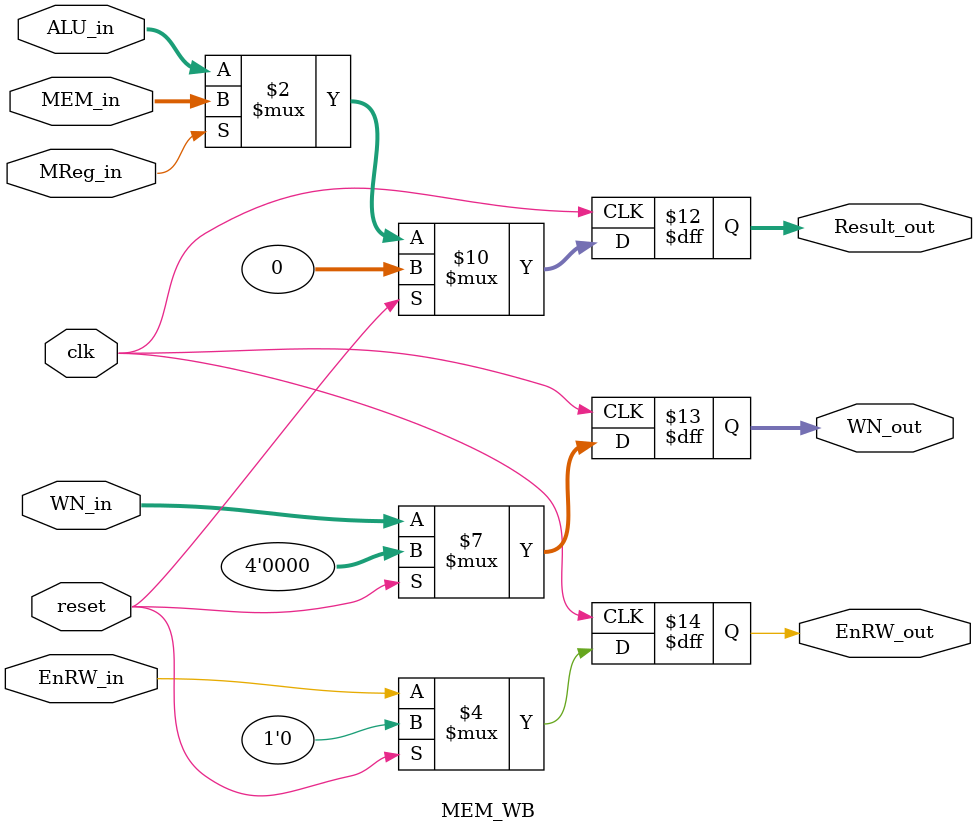
<source format=v>
`timescale 1ns / 1ns

module MEM_WB(input clk, reset,
              input [31:0] ALU_in, MEM_in,
              input [3:0] WN_in,
              input MReg_in, EnRW_in,
              output reg [31:0] Result_out,
              output reg [3:0] WN_out,
              output reg EnRW_out);

    always @(posedge clk) begin
        if (reset) begin
            Result_out <= 0; WN_out <= 0; EnRW_out <= 0;
        end else begin
            Result_out <= MReg_in ? MEM_in : ALU_in;
            WN_out <= WN_in;
            EnRW_out <= EnRW_in;
        end
    end
endmodule
</source>
